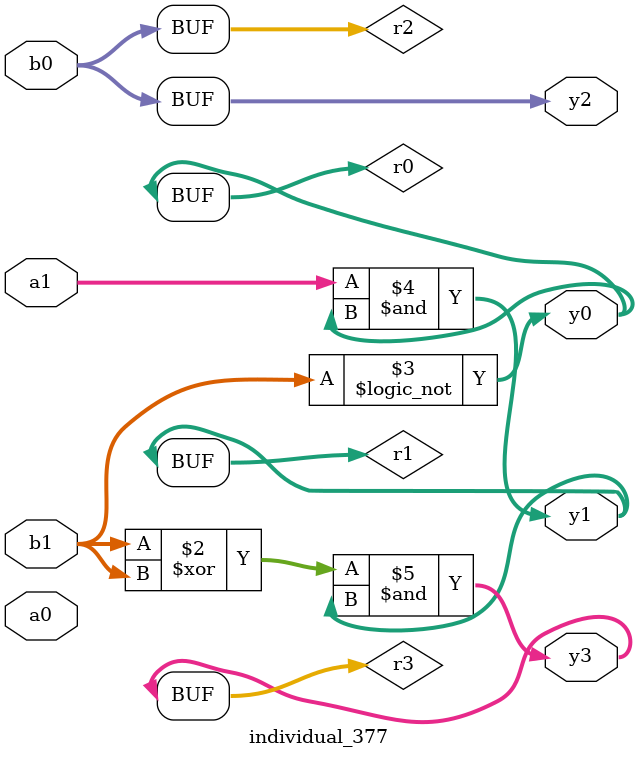
<source format=sv>
module individual_377(input logic [15:0] a1, input logic [15:0] a0, input logic [15:0] b1, input logic [15:0] b0, output logic [15:0] y3, output logic [15:0] y2, output logic [15:0] y1, output logic [15:0] y0);
logic [15:0] r0, r1, r2, r3; 
 always@(*) begin 
	 r0 = a0; r1 = a1; r2 = b0; r3 = b1; 
 	 r3  ^=  r3 ;
 	 r0 = ! b1 ;
 	 r1  &=  r0 ;
 	 r3  &=  r1 ;
 	 y3 = r3; y2 = r2; y1 = r1; y0 = r0; 
end
endmodule
</source>
